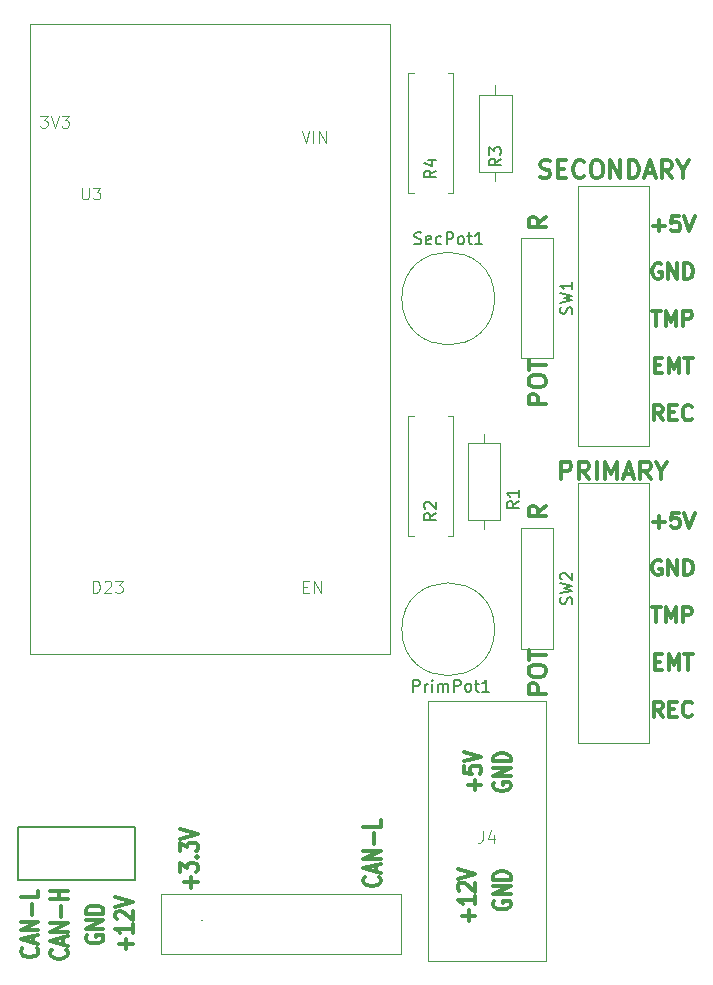
<source format=gbr>
%TF.GenerationSoftware,KiCad,Pcbnew,8.0.4*%
%TF.CreationDate,2024-12-05T15:49:58-05:00*%
%TF.ProjectId,CVTPCB,43565450-4342-42e6-9b69-6361645f7063,rev?*%
%TF.SameCoordinates,Original*%
%TF.FileFunction,Legend,Top*%
%TF.FilePolarity,Positive*%
%FSLAX46Y46*%
G04 Gerber Fmt 4.6, Leading zero omitted, Abs format (unit mm)*
G04 Created by KiCad (PCBNEW 8.0.4) date 2024-12-05 15:49:58*
%MOMM*%
%LPD*%
G01*
G04 APERTURE LIST*
%ADD10C,0.300000*%
%ADD11C,0.150000*%
%ADD12C,0.100000*%
%ADD13C,0.120000*%
%ADD14C,0.050000*%
%ADD15C,0.127000*%
%ADD16C,2.400000*%
%ADD17O,2.400000X2.400000*%
%ADD18C,1.600000*%
%ADD19O,1.600000X1.600000*%
%ADD20R,1.700000X1.700000*%
%ADD21O,1.700000X1.700000*%
%ADD22C,4.300000*%
%ADD23O,1.750000X3.000000*%
%ADD24R,1.750000X3.500000*%
%ADD25R,3.000000X1.700000*%
%ADD26R,1.500000X1.500000*%
%ADD27R,4.500000X3.000000*%
%ADD28C,1.260000*%
G04 APERTURE END LIST*
D10*
X166009524Y-74587209D02*
X165885714Y-74525304D01*
X165885714Y-74525304D02*
X165700000Y-74525304D01*
X165700000Y-74525304D02*
X165514286Y-74587209D01*
X165514286Y-74587209D02*
X165390476Y-74711019D01*
X165390476Y-74711019D02*
X165328571Y-74834828D01*
X165328571Y-74834828D02*
X165266667Y-75082447D01*
X165266667Y-75082447D02*
X165266667Y-75268161D01*
X165266667Y-75268161D02*
X165328571Y-75515780D01*
X165328571Y-75515780D02*
X165390476Y-75639590D01*
X165390476Y-75639590D02*
X165514286Y-75763400D01*
X165514286Y-75763400D02*
X165700000Y-75825304D01*
X165700000Y-75825304D02*
X165823809Y-75825304D01*
X165823809Y-75825304D02*
X166009524Y-75763400D01*
X166009524Y-75763400D02*
X166071428Y-75701495D01*
X166071428Y-75701495D02*
X166071428Y-75268161D01*
X166071428Y-75268161D02*
X165823809Y-75268161D01*
X166628571Y-75825304D02*
X166628571Y-74525304D01*
X166628571Y-74525304D02*
X167371428Y-75825304D01*
X167371428Y-75825304D02*
X167371428Y-74525304D01*
X167990476Y-75825304D02*
X167990476Y-74525304D01*
X167990476Y-74525304D02*
X168300000Y-74525304D01*
X168300000Y-74525304D02*
X168485714Y-74587209D01*
X168485714Y-74587209D02*
X168609524Y-74711019D01*
X168609524Y-74711019D02*
X168671429Y-74834828D01*
X168671429Y-74834828D02*
X168733333Y-75082447D01*
X168733333Y-75082447D02*
X168733333Y-75268161D01*
X168733333Y-75268161D02*
X168671429Y-75515780D01*
X168671429Y-75515780D02*
X168609524Y-75639590D01*
X168609524Y-75639590D02*
X168485714Y-75763400D01*
X168485714Y-75763400D02*
X168300000Y-75825304D01*
X168300000Y-75825304D02*
X167990476Y-75825304D01*
X166164285Y-112925304D02*
X165730952Y-112306257D01*
X165421428Y-112925304D02*
X165421428Y-111625304D01*
X165421428Y-111625304D02*
X165916666Y-111625304D01*
X165916666Y-111625304D02*
X166040476Y-111687209D01*
X166040476Y-111687209D02*
X166102381Y-111749114D01*
X166102381Y-111749114D02*
X166164285Y-111872923D01*
X166164285Y-111872923D02*
X166164285Y-112058638D01*
X166164285Y-112058638D02*
X166102381Y-112182447D01*
X166102381Y-112182447D02*
X166040476Y-112244352D01*
X166040476Y-112244352D02*
X165916666Y-112306257D01*
X165916666Y-112306257D02*
X165421428Y-112306257D01*
X166721428Y-112244352D02*
X167154762Y-112244352D01*
X167340476Y-112925304D02*
X166721428Y-112925304D01*
X166721428Y-112925304D02*
X166721428Y-111625304D01*
X166721428Y-111625304D02*
X167340476Y-111625304D01*
X168640475Y-112801495D02*
X168578571Y-112863400D01*
X168578571Y-112863400D02*
X168392856Y-112925304D01*
X168392856Y-112925304D02*
X168269047Y-112925304D01*
X168269047Y-112925304D02*
X168083333Y-112863400D01*
X168083333Y-112863400D02*
X167959523Y-112739590D01*
X167959523Y-112739590D02*
X167897618Y-112615780D01*
X167897618Y-112615780D02*
X167835714Y-112368161D01*
X167835714Y-112368161D02*
X167835714Y-112182447D01*
X167835714Y-112182447D02*
X167897618Y-111934828D01*
X167897618Y-111934828D02*
X167959523Y-111811019D01*
X167959523Y-111811019D02*
X168083333Y-111687209D01*
X168083333Y-111687209D02*
X168269047Y-111625304D01*
X168269047Y-111625304D02*
X168392856Y-111625304D01*
X168392856Y-111625304D02*
X168578571Y-111687209D01*
X168578571Y-111687209D02*
X168640475Y-111749114D01*
X156300828Y-95088346D02*
X155586542Y-95588346D01*
X156300828Y-95945489D02*
X154800828Y-95945489D01*
X154800828Y-95945489D02*
X154800828Y-95374060D01*
X154800828Y-95374060D02*
X154872257Y-95231203D01*
X154872257Y-95231203D02*
X154943685Y-95159774D01*
X154943685Y-95159774D02*
X155086542Y-95088346D01*
X155086542Y-95088346D02*
X155300828Y-95088346D01*
X155300828Y-95088346D02*
X155443685Y-95159774D01*
X155443685Y-95159774D02*
X155515114Y-95231203D01*
X155515114Y-95231203D02*
X155586542Y-95374060D01*
X155586542Y-95374060D02*
X155586542Y-95945489D01*
X120729400Y-132614284D02*
X120729400Y-131699999D01*
X121300828Y-132157141D02*
X120157971Y-132157141D01*
X121300828Y-130499999D02*
X121300828Y-131185713D01*
X121300828Y-130842856D02*
X119800828Y-130842856D01*
X119800828Y-130842856D02*
X120015114Y-130957142D01*
X120015114Y-130957142D02*
X120157971Y-131071427D01*
X120157971Y-131071427D02*
X120229400Y-131185713D01*
X119943685Y-130042856D02*
X119872257Y-129985713D01*
X119872257Y-129985713D02*
X119800828Y-129871428D01*
X119800828Y-129871428D02*
X119800828Y-129585713D01*
X119800828Y-129585713D02*
X119872257Y-129471428D01*
X119872257Y-129471428D02*
X119943685Y-129414285D01*
X119943685Y-129414285D02*
X120086542Y-129357142D01*
X120086542Y-129357142D02*
X120229400Y-129357142D01*
X120229400Y-129357142D02*
X120443685Y-129414285D01*
X120443685Y-129414285D02*
X121300828Y-130099999D01*
X121300828Y-130099999D02*
X121300828Y-129357142D01*
X119800828Y-129014285D02*
X121300828Y-128614285D01*
X121300828Y-128614285D02*
X119800828Y-128214285D01*
X157554510Y-92800828D02*
X157554510Y-91300828D01*
X157554510Y-91300828D02*
X158125939Y-91300828D01*
X158125939Y-91300828D02*
X158268796Y-91372257D01*
X158268796Y-91372257D02*
X158340225Y-91443685D01*
X158340225Y-91443685D02*
X158411653Y-91586542D01*
X158411653Y-91586542D02*
X158411653Y-91800828D01*
X158411653Y-91800828D02*
X158340225Y-91943685D01*
X158340225Y-91943685D02*
X158268796Y-92015114D01*
X158268796Y-92015114D02*
X158125939Y-92086542D01*
X158125939Y-92086542D02*
X157554510Y-92086542D01*
X159911653Y-92800828D02*
X159411653Y-92086542D01*
X159054510Y-92800828D02*
X159054510Y-91300828D01*
X159054510Y-91300828D02*
X159625939Y-91300828D01*
X159625939Y-91300828D02*
X159768796Y-91372257D01*
X159768796Y-91372257D02*
X159840225Y-91443685D01*
X159840225Y-91443685D02*
X159911653Y-91586542D01*
X159911653Y-91586542D02*
X159911653Y-91800828D01*
X159911653Y-91800828D02*
X159840225Y-91943685D01*
X159840225Y-91943685D02*
X159768796Y-92015114D01*
X159768796Y-92015114D02*
X159625939Y-92086542D01*
X159625939Y-92086542D02*
X159054510Y-92086542D01*
X160554510Y-92800828D02*
X160554510Y-91300828D01*
X161268796Y-92800828D02*
X161268796Y-91300828D01*
X161268796Y-91300828D02*
X161768796Y-92372257D01*
X161768796Y-92372257D02*
X162268796Y-91300828D01*
X162268796Y-91300828D02*
X162268796Y-92800828D01*
X162911654Y-92372257D02*
X163625940Y-92372257D01*
X162768797Y-92800828D02*
X163268797Y-91300828D01*
X163268797Y-91300828D02*
X163768797Y-92800828D01*
X165125939Y-92800828D02*
X164625939Y-92086542D01*
X164268796Y-92800828D02*
X164268796Y-91300828D01*
X164268796Y-91300828D02*
X164840225Y-91300828D01*
X164840225Y-91300828D02*
X164983082Y-91372257D01*
X164983082Y-91372257D02*
X165054511Y-91443685D01*
X165054511Y-91443685D02*
X165125939Y-91586542D01*
X165125939Y-91586542D02*
X165125939Y-91800828D01*
X165125939Y-91800828D02*
X165054511Y-91943685D01*
X165054511Y-91943685D02*
X164983082Y-92015114D01*
X164983082Y-92015114D02*
X164840225Y-92086542D01*
X164840225Y-92086542D02*
X164268796Y-92086542D01*
X166054511Y-92086542D02*
X166054511Y-92800828D01*
X165554511Y-91300828D02*
X166054511Y-92086542D01*
X166054511Y-92086542D02*
X166554511Y-91300828D01*
X149729400Y-130226784D02*
X149729400Y-129312499D01*
X150300828Y-129769641D02*
X149157971Y-129769641D01*
X150300828Y-128112499D02*
X150300828Y-128798213D01*
X150300828Y-128455356D02*
X148800828Y-128455356D01*
X148800828Y-128455356D02*
X149015114Y-128569642D01*
X149015114Y-128569642D02*
X149157971Y-128683927D01*
X149157971Y-128683927D02*
X149229400Y-128798213D01*
X148943685Y-127655356D02*
X148872257Y-127598213D01*
X148872257Y-127598213D02*
X148800828Y-127483928D01*
X148800828Y-127483928D02*
X148800828Y-127198213D01*
X148800828Y-127198213D02*
X148872257Y-127083928D01*
X148872257Y-127083928D02*
X148943685Y-127026785D01*
X148943685Y-127026785D02*
X149086542Y-126969642D01*
X149086542Y-126969642D02*
X149229400Y-126969642D01*
X149229400Y-126969642D02*
X149443685Y-127026785D01*
X149443685Y-127026785D02*
X150300828Y-127712499D01*
X150300828Y-127712499D02*
X150300828Y-126969642D01*
X148800828Y-126626785D02*
X150300828Y-126226785D01*
X150300828Y-126226785D02*
X148800828Y-125826785D01*
X156300828Y-70588346D02*
X155586542Y-71088346D01*
X156300828Y-71445489D02*
X154800828Y-71445489D01*
X154800828Y-71445489D02*
X154800828Y-70874060D01*
X154800828Y-70874060D02*
X154872257Y-70731203D01*
X154872257Y-70731203D02*
X154943685Y-70659774D01*
X154943685Y-70659774D02*
X155086542Y-70588346D01*
X155086542Y-70588346D02*
X155300828Y-70588346D01*
X155300828Y-70588346D02*
X155443685Y-70659774D01*
X155443685Y-70659774D02*
X155515114Y-70731203D01*
X155515114Y-70731203D02*
X155586542Y-70874060D01*
X155586542Y-70874060D02*
X155586542Y-71445489D01*
X165328571Y-71330066D02*
X166319048Y-71330066D01*
X165823809Y-71825304D02*
X165823809Y-70834828D01*
X167557143Y-70525304D02*
X166938095Y-70525304D01*
X166938095Y-70525304D02*
X166876191Y-71144352D01*
X166876191Y-71144352D02*
X166938095Y-71082447D01*
X166938095Y-71082447D02*
X167061905Y-71020542D01*
X167061905Y-71020542D02*
X167371429Y-71020542D01*
X167371429Y-71020542D02*
X167495238Y-71082447D01*
X167495238Y-71082447D02*
X167557143Y-71144352D01*
X167557143Y-71144352D02*
X167619048Y-71268161D01*
X167619048Y-71268161D02*
X167619048Y-71577685D01*
X167619048Y-71577685D02*
X167557143Y-71701495D01*
X167557143Y-71701495D02*
X167495238Y-71763400D01*
X167495238Y-71763400D02*
X167371429Y-71825304D01*
X167371429Y-71825304D02*
X167061905Y-71825304D01*
X167061905Y-71825304D02*
X166938095Y-71763400D01*
X166938095Y-71763400D02*
X166876191Y-71701495D01*
X167990476Y-70525304D02*
X168423809Y-71825304D01*
X168423809Y-71825304D02*
X168857143Y-70525304D01*
X165235714Y-78525304D02*
X165978571Y-78525304D01*
X165607143Y-79825304D02*
X165607143Y-78525304D01*
X166411904Y-79825304D02*
X166411904Y-78525304D01*
X166411904Y-78525304D02*
X166845238Y-79453876D01*
X166845238Y-79453876D02*
X167278571Y-78525304D01*
X167278571Y-78525304D02*
X167278571Y-79825304D01*
X167897618Y-79825304D02*
X167897618Y-78525304D01*
X167897618Y-78525304D02*
X168392856Y-78525304D01*
X168392856Y-78525304D02*
X168516666Y-78587209D01*
X168516666Y-78587209D02*
X168578571Y-78649114D01*
X168578571Y-78649114D02*
X168640475Y-78772923D01*
X168640475Y-78772923D02*
X168640475Y-78958638D01*
X168640475Y-78958638D02*
X168578571Y-79082447D01*
X168578571Y-79082447D02*
X168516666Y-79144352D01*
X168516666Y-79144352D02*
X168392856Y-79206257D01*
X168392856Y-79206257D02*
X167897618Y-79206257D01*
X166009524Y-99687209D02*
X165885714Y-99625304D01*
X165885714Y-99625304D02*
X165700000Y-99625304D01*
X165700000Y-99625304D02*
X165514286Y-99687209D01*
X165514286Y-99687209D02*
X165390476Y-99811019D01*
X165390476Y-99811019D02*
X165328571Y-99934828D01*
X165328571Y-99934828D02*
X165266667Y-100182447D01*
X165266667Y-100182447D02*
X165266667Y-100368161D01*
X165266667Y-100368161D02*
X165328571Y-100615780D01*
X165328571Y-100615780D02*
X165390476Y-100739590D01*
X165390476Y-100739590D02*
X165514286Y-100863400D01*
X165514286Y-100863400D02*
X165700000Y-100925304D01*
X165700000Y-100925304D02*
X165823809Y-100925304D01*
X165823809Y-100925304D02*
X166009524Y-100863400D01*
X166009524Y-100863400D02*
X166071428Y-100801495D01*
X166071428Y-100801495D02*
X166071428Y-100368161D01*
X166071428Y-100368161D02*
X165823809Y-100368161D01*
X166628571Y-100925304D02*
X166628571Y-99625304D01*
X166628571Y-99625304D02*
X167371428Y-100925304D01*
X167371428Y-100925304D02*
X167371428Y-99625304D01*
X167990476Y-100925304D02*
X167990476Y-99625304D01*
X167990476Y-99625304D02*
X168300000Y-99625304D01*
X168300000Y-99625304D02*
X168485714Y-99687209D01*
X168485714Y-99687209D02*
X168609524Y-99811019D01*
X168609524Y-99811019D02*
X168671429Y-99934828D01*
X168671429Y-99934828D02*
X168733333Y-100182447D01*
X168733333Y-100182447D02*
X168733333Y-100368161D01*
X168733333Y-100368161D02*
X168671429Y-100615780D01*
X168671429Y-100615780D02*
X168609524Y-100739590D01*
X168609524Y-100739590D02*
X168485714Y-100863400D01*
X168485714Y-100863400D02*
X168300000Y-100925304D01*
X168300000Y-100925304D02*
X167990476Y-100925304D01*
X151872257Y-118526785D02*
X151800828Y-118641071D01*
X151800828Y-118641071D02*
X151800828Y-118812499D01*
X151800828Y-118812499D02*
X151872257Y-118983928D01*
X151872257Y-118983928D02*
X152015114Y-119098213D01*
X152015114Y-119098213D02*
X152157971Y-119155356D01*
X152157971Y-119155356D02*
X152443685Y-119212499D01*
X152443685Y-119212499D02*
X152657971Y-119212499D01*
X152657971Y-119212499D02*
X152943685Y-119155356D01*
X152943685Y-119155356D02*
X153086542Y-119098213D01*
X153086542Y-119098213D02*
X153229400Y-118983928D01*
X153229400Y-118983928D02*
X153300828Y-118812499D01*
X153300828Y-118812499D02*
X153300828Y-118698213D01*
X153300828Y-118698213D02*
X153229400Y-118526785D01*
X153229400Y-118526785D02*
X153157971Y-118469642D01*
X153157971Y-118469642D02*
X152657971Y-118469642D01*
X152657971Y-118469642D02*
X152657971Y-118698213D01*
X153300828Y-117955356D02*
X151800828Y-117955356D01*
X151800828Y-117955356D02*
X153300828Y-117269642D01*
X153300828Y-117269642D02*
X151800828Y-117269642D01*
X153300828Y-116698213D02*
X151800828Y-116698213D01*
X151800828Y-116698213D02*
X151800828Y-116412499D01*
X151800828Y-116412499D02*
X151872257Y-116241070D01*
X151872257Y-116241070D02*
X152015114Y-116126785D01*
X152015114Y-116126785D02*
X152157971Y-116069642D01*
X152157971Y-116069642D02*
X152443685Y-116012499D01*
X152443685Y-116012499D02*
X152657971Y-116012499D01*
X152657971Y-116012499D02*
X152943685Y-116069642D01*
X152943685Y-116069642D02*
X153086542Y-116126785D01*
X153086542Y-116126785D02*
X153229400Y-116241070D01*
X153229400Y-116241070D02*
X153300828Y-116412499D01*
X153300828Y-116412499D02*
X153300828Y-116698213D01*
X142157971Y-126499999D02*
X142229400Y-126557142D01*
X142229400Y-126557142D02*
X142300828Y-126728570D01*
X142300828Y-126728570D02*
X142300828Y-126842856D01*
X142300828Y-126842856D02*
X142229400Y-127014285D01*
X142229400Y-127014285D02*
X142086542Y-127128570D01*
X142086542Y-127128570D02*
X141943685Y-127185713D01*
X141943685Y-127185713D02*
X141657971Y-127242856D01*
X141657971Y-127242856D02*
X141443685Y-127242856D01*
X141443685Y-127242856D02*
X141157971Y-127185713D01*
X141157971Y-127185713D02*
X141015114Y-127128570D01*
X141015114Y-127128570D02*
X140872257Y-127014285D01*
X140872257Y-127014285D02*
X140800828Y-126842856D01*
X140800828Y-126842856D02*
X140800828Y-126728570D01*
X140800828Y-126728570D02*
X140872257Y-126557142D01*
X140872257Y-126557142D02*
X140943685Y-126499999D01*
X141872257Y-126042856D02*
X141872257Y-125471428D01*
X142300828Y-126157142D02*
X140800828Y-125757142D01*
X140800828Y-125757142D02*
X142300828Y-125357142D01*
X142300828Y-124957142D02*
X140800828Y-124957142D01*
X140800828Y-124957142D02*
X142300828Y-124271428D01*
X142300828Y-124271428D02*
X140800828Y-124271428D01*
X141729400Y-123699999D02*
X141729400Y-122785714D01*
X142300828Y-121642857D02*
X142300828Y-122214285D01*
X142300828Y-122214285D02*
X140800828Y-122214285D01*
X156300828Y-110945489D02*
X154800828Y-110945489D01*
X154800828Y-110945489D02*
X154800828Y-110374060D01*
X154800828Y-110374060D02*
X154872257Y-110231203D01*
X154872257Y-110231203D02*
X154943685Y-110159774D01*
X154943685Y-110159774D02*
X155086542Y-110088346D01*
X155086542Y-110088346D02*
X155300828Y-110088346D01*
X155300828Y-110088346D02*
X155443685Y-110159774D01*
X155443685Y-110159774D02*
X155515114Y-110231203D01*
X155515114Y-110231203D02*
X155586542Y-110374060D01*
X155586542Y-110374060D02*
X155586542Y-110945489D01*
X154800828Y-109159774D02*
X154800828Y-108874060D01*
X154800828Y-108874060D02*
X154872257Y-108731203D01*
X154872257Y-108731203D02*
X155015114Y-108588346D01*
X155015114Y-108588346D02*
X155300828Y-108516917D01*
X155300828Y-108516917D02*
X155800828Y-108516917D01*
X155800828Y-108516917D02*
X156086542Y-108588346D01*
X156086542Y-108588346D02*
X156229400Y-108731203D01*
X156229400Y-108731203D02*
X156300828Y-108874060D01*
X156300828Y-108874060D02*
X156300828Y-109159774D01*
X156300828Y-109159774D02*
X156229400Y-109302632D01*
X156229400Y-109302632D02*
X156086542Y-109445489D01*
X156086542Y-109445489D02*
X155800828Y-109516917D01*
X155800828Y-109516917D02*
X155300828Y-109516917D01*
X155300828Y-109516917D02*
X155015114Y-109445489D01*
X155015114Y-109445489D02*
X154872257Y-109302632D01*
X154872257Y-109302632D02*
X154800828Y-109159774D01*
X154800828Y-108088345D02*
X154800828Y-107231203D01*
X156300828Y-107659774D02*
X154800828Y-107659774D01*
X165483333Y-108244352D02*
X165916667Y-108244352D01*
X166102381Y-108925304D02*
X165483333Y-108925304D01*
X165483333Y-108925304D02*
X165483333Y-107625304D01*
X165483333Y-107625304D02*
X166102381Y-107625304D01*
X166659523Y-108925304D02*
X166659523Y-107625304D01*
X166659523Y-107625304D02*
X167092857Y-108553876D01*
X167092857Y-108553876D02*
X167526190Y-107625304D01*
X167526190Y-107625304D02*
X167526190Y-108925304D01*
X167959523Y-107625304D02*
X168702380Y-107625304D01*
X168330952Y-108925304D02*
X168330952Y-107625304D01*
X165235714Y-103625304D02*
X165978571Y-103625304D01*
X165607143Y-104925304D02*
X165607143Y-103625304D01*
X166411904Y-104925304D02*
X166411904Y-103625304D01*
X166411904Y-103625304D02*
X166845238Y-104553876D01*
X166845238Y-104553876D02*
X167278571Y-103625304D01*
X167278571Y-103625304D02*
X167278571Y-104925304D01*
X167897618Y-104925304D02*
X167897618Y-103625304D01*
X167897618Y-103625304D02*
X168392856Y-103625304D01*
X168392856Y-103625304D02*
X168516666Y-103687209D01*
X168516666Y-103687209D02*
X168578571Y-103749114D01*
X168578571Y-103749114D02*
X168640475Y-103872923D01*
X168640475Y-103872923D02*
X168640475Y-104058638D01*
X168640475Y-104058638D02*
X168578571Y-104182447D01*
X168578571Y-104182447D02*
X168516666Y-104244352D01*
X168516666Y-104244352D02*
X168392856Y-104306257D01*
X168392856Y-104306257D02*
X167897618Y-104306257D01*
X155785714Y-67229400D02*
X156000000Y-67300828D01*
X156000000Y-67300828D02*
X156357142Y-67300828D01*
X156357142Y-67300828D02*
X156500000Y-67229400D01*
X156500000Y-67229400D02*
X156571428Y-67157971D01*
X156571428Y-67157971D02*
X156642857Y-67015114D01*
X156642857Y-67015114D02*
X156642857Y-66872257D01*
X156642857Y-66872257D02*
X156571428Y-66729400D01*
X156571428Y-66729400D02*
X156500000Y-66657971D01*
X156500000Y-66657971D02*
X156357142Y-66586542D01*
X156357142Y-66586542D02*
X156071428Y-66515114D01*
X156071428Y-66515114D02*
X155928571Y-66443685D01*
X155928571Y-66443685D02*
X155857142Y-66372257D01*
X155857142Y-66372257D02*
X155785714Y-66229400D01*
X155785714Y-66229400D02*
X155785714Y-66086542D01*
X155785714Y-66086542D02*
X155857142Y-65943685D01*
X155857142Y-65943685D02*
X155928571Y-65872257D01*
X155928571Y-65872257D02*
X156071428Y-65800828D01*
X156071428Y-65800828D02*
X156428571Y-65800828D01*
X156428571Y-65800828D02*
X156642857Y-65872257D01*
X157285713Y-66515114D02*
X157785713Y-66515114D01*
X157999999Y-67300828D02*
X157285713Y-67300828D01*
X157285713Y-67300828D02*
X157285713Y-65800828D01*
X157285713Y-65800828D02*
X157999999Y-65800828D01*
X159499999Y-67157971D02*
X159428571Y-67229400D01*
X159428571Y-67229400D02*
X159214285Y-67300828D01*
X159214285Y-67300828D02*
X159071428Y-67300828D01*
X159071428Y-67300828D02*
X158857142Y-67229400D01*
X158857142Y-67229400D02*
X158714285Y-67086542D01*
X158714285Y-67086542D02*
X158642856Y-66943685D01*
X158642856Y-66943685D02*
X158571428Y-66657971D01*
X158571428Y-66657971D02*
X158571428Y-66443685D01*
X158571428Y-66443685D02*
X158642856Y-66157971D01*
X158642856Y-66157971D02*
X158714285Y-66015114D01*
X158714285Y-66015114D02*
X158857142Y-65872257D01*
X158857142Y-65872257D02*
X159071428Y-65800828D01*
X159071428Y-65800828D02*
X159214285Y-65800828D01*
X159214285Y-65800828D02*
X159428571Y-65872257D01*
X159428571Y-65872257D02*
X159499999Y-65943685D01*
X160428571Y-65800828D02*
X160714285Y-65800828D01*
X160714285Y-65800828D02*
X160857142Y-65872257D01*
X160857142Y-65872257D02*
X160999999Y-66015114D01*
X160999999Y-66015114D02*
X161071428Y-66300828D01*
X161071428Y-66300828D02*
X161071428Y-66800828D01*
X161071428Y-66800828D02*
X160999999Y-67086542D01*
X160999999Y-67086542D02*
X160857142Y-67229400D01*
X160857142Y-67229400D02*
X160714285Y-67300828D01*
X160714285Y-67300828D02*
X160428571Y-67300828D01*
X160428571Y-67300828D02*
X160285714Y-67229400D01*
X160285714Y-67229400D02*
X160142856Y-67086542D01*
X160142856Y-67086542D02*
X160071428Y-66800828D01*
X160071428Y-66800828D02*
X160071428Y-66300828D01*
X160071428Y-66300828D02*
X160142856Y-66015114D01*
X160142856Y-66015114D02*
X160285714Y-65872257D01*
X160285714Y-65872257D02*
X160428571Y-65800828D01*
X161714285Y-67300828D02*
X161714285Y-65800828D01*
X161714285Y-65800828D02*
X162571428Y-67300828D01*
X162571428Y-67300828D02*
X162571428Y-65800828D01*
X163285714Y-67300828D02*
X163285714Y-65800828D01*
X163285714Y-65800828D02*
X163642857Y-65800828D01*
X163642857Y-65800828D02*
X163857143Y-65872257D01*
X163857143Y-65872257D02*
X164000000Y-66015114D01*
X164000000Y-66015114D02*
X164071429Y-66157971D01*
X164071429Y-66157971D02*
X164142857Y-66443685D01*
X164142857Y-66443685D02*
X164142857Y-66657971D01*
X164142857Y-66657971D02*
X164071429Y-66943685D01*
X164071429Y-66943685D02*
X164000000Y-67086542D01*
X164000000Y-67086542D02*
X163857143Y-67229400D01*
X163857143Y-67229400D02*
X163642857Y-67300828D01*
X163642857Y-67300828D02*
X163285714Y-67300828D01*
X164714286Y-66872257D02*
X165428572Y-66872257D01*
X164571429Y-67300828D02*
X165071429Y-65800828D01*
X165071429Y-65800828D02*
X165571429Y-67300828D01*
X166928571Y-67300828D02*
X166428571Y-66586542D01*
X166071428Y-67300828D02*
X166071428Y-65800828D01*
X166071428Y-65800828D02*
X166642857Y-65800828D01*
X166642857Y-65800828D02*
X166785714Y-65872257D01*
X166785714Y-65872257D02*
X166857143Y-65943685D01*
X166857143Y-65943685D02*
X166928571Y-66086542D01*
X166928571Y-66086542D02*
X166928571Y-66300828D01*
X166928571Y-66300828D02*
X166857143Y-66443685D01*
X166857143Y-66443685D02*
X166785714Y-66515114D01*
X166785714Y-66515114D02*
X166642857Y-66586542D01*
X166642857Y-66586542D02*
X166071428Y-66586542D01*
X167857143Y-66586542D02*
X167857143Y-67300828D01*
X167357143Y-65800828D02*
X167857143Y-66586542D01*
X167857143Y-66586542D02*
X168357143Y-65800828D01*
X151872257Y-128526785D02*
X151800828Y-128641071D01*
X151800828Y-128641071D02*
X151800828Y-128812499D01*
X151800828Y-128812499D02*
X151872257Y-128983928D01*
X151872257Y-128983928D02*
X152015114Y-129098213D01*
X152015114Y-129098213D02*
X152157971Y-129155356D01*
X152157971Y-129155356D02*
X152443685Y-129212499D01*
X152443685Y-129212499D02*
X152657971Y-129212499D01*
X152657971Y-129212499D02*
X152943685Y-129155356D01*
X152943685Y-129155356D02*
X153086542Y-129098213D01*
X153086542Y-129098213D02*
X153229400Y-128983928D01*
X153229400Y-128983928D02*
X153300828Y-128812499D01*
X153300828Y-128812499D02*
X153300828Y-128698213D01*
X153300828Y-128698213D02*
X153229400Y-128526785D01*
X153229400Y-128526785D02*
X153157971Y-128469642D01*
X153157971Y-128469642D02*
X152657971Y-128469642D01*
X152657971Y-128469642D02*
X152657971Y-128698213D01*
X153300828Y-127955356D02*
X151800828Y-127955356D01*
X151800828Y-127955356D02*
X153300828Y-127269642D01*
X153300828Y-127269642D02*
X151800828Y-127269642D01*
X153300828Y-126698213D02*
X151800828Y-126698213D01*
X151800828Y-126698213D02*
X151800828Y-126412499D01*
X151800828Y-126412499D02*
X151872257Y-126241070D01*
X151872257Y-126241070D02*
X152015114Y-126126785D01*
X152015114Y-126126785D02*
X152157971Y-126069642D01*
X152157971Y-126069642D02*
X152443685Y-126012499D01*
X152443685Y-126012499D02*
X152657971Y-126012499D01*
X152657971Y-126012499D02*
X152943685Y-126069642D01*
X152943685Y-126069642D02*
X153086542Y-126126785D01*
X153086542Y-126126785D02*
X153229400Y-126241070D01*
X153229400Y-126241070D02*
X153300828Y-126412499D01*
X153300828Y-126412499D02*
X153300828Y-126698213D01*
X117372257Y-131414285D02*
X117300828Y-131528571D01*
X117300828Y-131528571D02*
X117300828Y-131699999D01*
X117300828Y-131699999D02*
X117372257Y-131871428D01*
X117372257Y-131871428D02*
X117515114Y-131985713D01*
X117515114Y-131985713D02*
X117657971Y-132042856D01*
X117657971Y-132042856D02*
X117943685Y-132099999D01*
X117943685Y-132099999D02*
X118157971Y-132099999D01*
X118157971Y-132099999D02*
X118443685Y-132042856D01*
X118443685Y-132042856D02*
X118586542Y-131985713D01*
X118586542Y-131985713D02*
X118729400Y-131871428D01*
X118729400Y-131871428D02*
X118800828Y-131699999D01*
X118800828Y-131699999D02*
X118800828Y-131585713D01*
X118800828Y-131585713D02*
X118729400Y-131414285D01*
X118729400Y-131414285D02*
X118657971Y-131357142D01*
X118657971Y-131357142D02*
X118157971Y-131357142D01*
X118157971Y-131357142D02*
X118157971Y-131585713D01*
X118800828Y-130842856D02*
X117300828Y-130842856D01*
X117300828Y-130842856D02*
X118800828Y-130157142D01*
X118800828Y-130157142D02*
X117300828Y-130157142D01*
X118800828Y-129585713D02*
X117300828Y-129585713D01*
X117300828Y-129585713D02*
X117300828Y-129299999D01*
X117300828Y-129299999D02*
X117372257Y-129128570D01*
X117372257Y-129128570D02*
X117515114Y-129014285D01*
X117515114Y-129014285D02*
X117657971Y-128957142D01*
X117657971Y-128957142D02*
X117943685Y-128899999D01*
X117943685Y-128899999D02*
X118157971Y-128899999D01*
X118157971Y-128899999D02*
X118443685Y-128957142D01*
X118443685Y-128957142D02*
X118586542Y-129014285D01*
X118586542Y-129014285D02*
X118729400Y-129128570D01*
X118729400Y-129128570D02*
X118800828Y-129299999D01*
X118800828Y-129299999D02*
X118800828Y-129585713D01*
X113157971Y-132499999D02*
X113229400Y-132557142D01*
X113229400Y-132557142D02*
X113300828Y-132728570D01*
X113300828Y-132728570D02*
X113300828Y-132842856D01*
X113300828Y-132842856D02*
X113229400Y-133014285D01*
X113229400Y-133014285D02*
X113086542Y-133128570D01*
X113086542Y-133128570D02*
X112943685Y-133185713D01*
X112943685Y-133185713D02*
X112657971Y-133242856D01*
X112657971Y-133242856D02*
X112443685Y-133242856D01*
X112443685Y-133242856D02*
X112157971Y-133185713D01*
X112157971Y-133185713D02*
X112015114Y-133128570D01*
X112015114Y-133128570D02*
X111872257Y-133014285D01*
X111872257Y-133014285D02*
X111800828Y-132842856D01*
X111800828Y-132842856D02*
X111800828Y-132728570D01*
X111800828Y-132728570D02*
X111872257Y-132557142D01*
X111872257Y-132557142D02*
X111943685Y-132499999D01*
X112872257Y-132042856D02*
X112872257Y-131471428D01*
X113300828Y-132157142D02*
X111800828Y-131757142D01*
X111800828Y-131757142D02*
X113300828Y-131357142D01*
X113300828Y-130957142D02*
X111800828Y-130957142D01*
X111800828Y-130957142D02*
X113300828Y-130271428D01*
X113300828Y-130271428D02*
X111800828Y-130271428D01*
X112729400Y-129699999D02*
X112729400Y-128785714D01*
X113300828Y-127642857D02*
X113300828Y-128214285D01*
X113300828Y-128214285D02*
X111800828Y-128214285D01*
X156300828Y-86445489D02*
X154800828Y-86445489D01*
X154800828Y-86445489D02*
X154800828Y-85874060D01*
X154800828Y-85874060D02*
X154872257Y-85731203D01*
X154872257Y-85731203D02*
X154943685Y-85659774D01*
X154943685Y-85659774D02*
X155086542Y-85588346D01*
X155086542Y-85588346D02*
X155300828Y-85588346D01*
X155300828Y-85588346D02*
X155443685Y-85659774D01*
X155443685Y-85659774D02*
X155515114Y-85731203D01*
X155515114Y-85731203D02*
X155586542Y-85874060D01*
X155586542Y-85874060D02*
X155586542Y-86445489D01*
X154800828Y-84659774D02*
X154800828Y-84374060D01*
X154800828Y-84374060D02*
X154872257Y-84231203D01*
X154872257Y-84231203D02*
X155015114Y-84088346D01*
X155015114Y-84088346D02*
X155300828Y-84016917D01*
X155300828Y-84016917D02*
X155800828Y-84016917D01*
X155800828Y-84016917D02*
X156086542Y-84088346D01*
X156086542Y-84088346D02*
X156229400Y-84231203D01*
X156229400Y-84231203D02*
X156300828Y-84374060D01*
X156300828Y-84374060D02*
X156300828Y-84659774D01*
X156300828Y-84659774D02*
X156229400Y-84802632D01*
X156229400Y-84802632D02*
X156086542Y-84945489D01*
X156086542Y-84945489D02*
X155800828Y-85016917D01*
X155800828Y-85016917D02*
X155300828Y-85016917D01*
X155300828Y-85016917D02*
X155015114Y-84945489D01*
X155015114Y-84945489D02*
X154872257Y-84802632D01*
X154872257Y-84802632D02*
X154800828Y-84659774D01*
X154800828Y-83588345D02*
X154800828Y-82731203D01*
X156300828Y-83159774D02*
X154800828Y-83159774D01*
X150229400Y-119155356D02*
X150229400Y-118241071D01*
X150800828Y-118698213D02*
X149657971Y-118698213D01*
X149300828Y-117098214D02*
X149300828Y-117669642D01*
X149300828Y-117669642D02*
X150015114Y-117726785D01*
X150015114Y-117726785D02*
X149943685Y-117669642D01*
X149943685Y-117669642D02*
X149872257Y-117555357D01*
X149872257Y-117555357D02*
X149872257Y-117269642D01*
X149872257Y-117269642D02*
X149943685Y-117155357D01*
X149943685Y-117155357D02*
X150015114Y-117098214D01*
X150015114Y-117098214D02*
X150157971Y-117041071D01*
X150157971Y-117041071D02*
X150515114Y-117041071D01*
X150515114Y-117041071D02*
X150657971Y-117098214D01*
X150657971Y-117098214D02*
X150729400Y-117155357D01*
X150729400Y-117155357D02*
X150800828Y-117269642D01*
X150800828Y-117269642D02*
X150800828Y-117555357D01*
X150800828Y-117555357D02*
X150729400Y-117669642D01*
X150729400Y-117669642D02*
X150657971Y-117726785D01*
X149300828Y-116698214D02*
X150800828Y-116298214D01*
X150800828Y-116298214D02*
X149300828Y-115898214D01*
X165328571Y-96430066D02*
X166319048Y-96430066D01*
X165823809Y-96925304D02*
X165823809Y-95934828D01*
X167557143Y-95625304D02*
X166938095Y-95625304D01*
X166938095Y-95625304D02*
X166876191Y-96244352D01*
X166876191Y-96244352D02*
X166938095Y-96182447D01*
X166938095Y-96182447D02*
X167061905Y-96120542D01*
X167061905Y-96120542D02*
X167371429Y-96120542D01*
X167371429Y-96120542D02*
X167495238Y-96182447D01*
X167495238Y-96182447D02*
X167557143Y-96244352D01*
X167557143Y-96244352D02*
X167619048Y-96368161D01*
X167619048Y-96368161D02*
X167619048Y-96677685D01*
X167619048Y-96677685D02*
X167557143Y-96801495D01*
X167557143Y-96801495D02*
X167495238Y-96863400D01*
X167495238Y-96863400D02*
X167371429Y-96925304D01*
X167371429Y-96925304D02*
X167061905Y-96925304D01*
X167061905Y-96925304D02*
X166938095Y-96863400D01*
X166938095Y-96863400D02*
X166876191Y-96801495D01*
X167990476Y-95625304D02*
X168423809Y-96925304D01*
X168423809Y-96925304D02*
X168857143Y-95625304D01*
X126229400Y-127399999D02*
X126229400Y-126485714D01*
X126800828Y-126942856D02*
X125657971Y-126942856D01*
X125300828Y-126028571D02*
X125300828Y-125285714D01*
X125300828Y-125285714D02*
X125872257Y-125685714D01*
X125872257Y-125685714D02*
X125872257Y-125514285D01*
X125872257Y-125514285D02*
X125943685Y-125400000D01*
X125943685Y-125400000D02*
X126015114Y-125342857D01*
X126015114Y-125342857D02*
X126157971Y-125285714D01*
X126157971Y-125285714D02*
X126515114Y-125285714D01*
X126515114Y-125285714D02*
X126657971Y-125342857D01*
X126657971Y-125342857D02*
X126729400Y-125400000D01*
X126729400Y-125400000D02*
X126800828Y-125514285D01*
X126800828Y-125514285D02*
X126800828Y-125857142D01*
X126800828Y-125857142D02*
X126729400Y-125971428D01*
X126729400Y-125971428D02*
X126657971Y-126028571D01*
X126657971Y-124771428D02*
X126729400Y-124714285D01*
X126729400Y-124714285D02*
X126800828Y-124771428D01*
X126800828Y-124771428D02*
X126729400Y-124828571D01*
X126729400Y-124828571D02*
X126657971Y-124771428D01*
X126657971Y-124771428D02*
X126800828Y-124771428D01*
X125300828Y-124314285D02*
X125300828Y-123571428D01*
X125300828Y-123571428D02*
X125872257Y-123971428D01*
X125872257Y-123971428D02*
X125872257Y-123799999D01*
X125872257Y-123799999D02*
X125943685Y-123685714D01*
X125943685Y-123685714D02*
X126015114Y-123628571D01*
X126015114Y-123628571D02*
X126157971Y-123571428D01*
X126157971Y-123571428D02*
X126515114Y-123571428D01*
X126515114Y-123571428D02*
X126657971Y-123628571D01*
X126657971Y-123628571D02*
X126729400Y-123685714D01*
X126729400Y-123685714D02*
X126800828Y-123799999D01*
X126800828Y-123799999D02*
X126800828Y-124142856D01*
X126800828Y-124142856D02*
X126729400Y-124257142D01*
X126729400Y-124257142D02*
X126657971Y-124314285D01*
X125300828Y-123228571D02*
X126800828Y-122828571D01*
X126800828Y-122828571D02*
X125300828Y-122428571D01*
X115657971Y-132642856D02*
X115729400Y-132699999D01*
X115729400Y-132699999D02*
X115800828Y-132871427D01*
X115800828Y-132871427D02*
X115800828Y-132985713D01*
X115800828Y-132985713D02*
X115729400Y-133157142D01*
X115729400Y-133157142D02*
X115586542Y-133271427D01*
X115586542Y-133271427D02*
X115443685Y-133328570D01*
X115443685Y-133328570D02*
X115157971Y-133385713D01*
X115157971Y-133385713D02*
X114943685Y-133385713D01*
X114943685Y-133385713D02*
X114657971Y-133328570D01*
X114657971Y-133328570D02*
X114515114Y-133271427D01*
X114515114Y-133271427D02*
X114372257Y-133157142D01*
X114372257Y-133157142D02*
X114300828Y-132985713D01*
X114300828Y-132985713D02*
X114300828Y-132871427D01*
X114300828Y-132871427D02*
X114372257Y-132699999D01*
X114372257Y-132699999D02*
X114443685Y-132642856D01*
X115372257Y-132185713D02*
X115372257Y-131614285D01*
X115800828Y-132299999D02*
X114300828Y-131899999D01*
X114300828Y-131899999D02*
X115800828Y-131499999D01*
X115800828Y-131099999D02*
X114300828Y-131099999D01*
X114300828Y-131099999D02*
X115800828Y-130414285D01*
X115800828Y-130414285D02*
X114300828Y-130414285D01*
X115229400Y-129842856D02*
X115229400Y-128928571D01*
X115800828Y-128357142D02*
X114300828Y-128357142D01*
X115015114Y-128357142D02*
X115015114Y-127671428D01*
X115800828Y-127671428D02*
X114300828Y-127671428D01*
X166164285Y-87825304D02*
X165730952Y-87206257D01*
X165421428Y-87825304D02*
X165421428Y-86525304D01*
X165421428Y-86525304D02*
X165916666Y-86525304D01*
X165916666Y-86525304D02*
X166040476Y-86587209D01*
X166040476Y-86587209D02*
X166102381Y-86649114D01*
X166102381Y-86649114D02*
X166164285Y-86772923D01*
X166164285Y-86772923D02*
X166164285Y-86958638D01*
X166164285Y-86958638D02*
X166102381Y-87082447D01*
X166102381Y-87082447D02*
X166040476Y-87144352D01*
X166040476Y-87144352D02*
X165916666Y-87206257D01*
X165916666Y-87206257D02*
X165421428Y-87206257D01*
X166721428Y-87144352D02*
X167154762Y-87144352D01*
X167340476Y-87825304D02*
X166721428Y-87825304D01*
X166721428Y-87825304D02*
X166721428Y-86525304D01*
X166721428Y-86525304D02*
X167340476Y-86525304D01*
X168640475Y-87701495D02*
X168578571Y-87763400D01*
X168578571Y-87763400D02*
X168392856Y-87825304D01*
X168392856Y-87825304D02*
X168269047Y-87825304D01*
X168269047Y-87825304D02*
X168083333Y-87763400D01*
X168083333Y-87763400D02*
X167959523Y-87639590D01*
X167959523Y-87639590D02*
X167897618Y-87515780D01*
X167897618Y-87515780D02*
X167835714Y-87268161D01*
X167835714Y-87268161D02*
X167835714Y-87082447D01*
X167835714Y-87082447D02*
X167897618Y-86834828D01*
X167897618Y-86834828D02*
X167959523Y-86711019D01*
X167959523Y-86711019D02*
X168083333Y-86587209D01*
X168083333Y-86587209D02*
X168269047Y-86525304D01*
X168269047Y-86525304D02*
X168392856Y-86525304D01*
X168392856Y-86525304D02*
X168578571Y-86587209D01*
X168578571Y-86587209D02*
X168640475Y-86649114D01*
X165483333Y-83144352D02*
X165916667Y-83144352D01*
X166102381Y-83825304D02*
X165483333Y-83825304D01*
X165483333Y-83825304D02*
X165483333Y-82525304D01*
X165483333Y-82525304D02*
X166102381Y-82525304D01*
X166659523Y-83825304D02*
X166659523Y-82525304D01*
X166659523Y-82525304D02*
X167092857Y-83453876D01*
X167092857Y-83453876D02*
X167526190Y-82525304D01*
X167526190Y-82525304D02*
X167526190Y-83825304D01*
X167959523Y-82525304D02*
X168702380Y-82525304D01*
X168330952Y-83825304D02*
X168330952Y-82525304D01*
D11*
X146954819Y-66666666D02*
X146478628Y-66999999D01*
X146954819Y-67238094D02*
X145954819Y-67238094D01*
X145954819Y-67238094D02*
X145954819Y-66857142D01*
X145954819Y-66857142D02*
X146002438Y-66761904D01*
X146002438Y-66761904D02*
X146050057Y-66714285D01*
X146050057Y-66714285D02*
X146145295Y-66666666D01*
X146145295Y-66666666D02*
X146288152Y-66666666D01*
X146288152Y-66666666D02*
X146383390Y-66714285D01*
X146383390Y-66714285D02*
X146431009Y-66761904D01*
X146431009Y-66761904D02*
X146478628Y-66857142D01*
X146478628Y-66857142D02*
X146478628Y-67238094D01*
X146288152Y-65809523D02*
X146954819Y-65809523D01*
X145907200Y-66047618D02*
X146621485Y-66285713D01*
X146621485Y-66285713D02*
X146621485Y-65666666D01*
X152454819Y-65666666D02*
X151978628Y-65999999D01*
X152454819Y-66238094D02*
X151454819Y-66238094D01*
X151454819Y-66238094D02*
X151454819Y-65857142D01*
X151454819Y-65857142D02*
X151502438Y-65761904D01*
X151502438Y-65761904D02*
X151550057Y-65714285D01*
X151550057Y-65714285D02*
X151645295Y-65666666D01*
X151645295Y-65666666D02*
X151788152Y-65666666D01*
X151788152Y-65666666D02*
X151883390Y-65714285D01*
X151883390Y-65714285D02*
X151931009Y-65761904D01*
X151931009Y-65761904D02*
X151978628Y-65857142D01*
X151978628Y-65857142D02*
X151978628Y-66238094D01*
X151454819Y-65333332D02*
X151454819Y-64714285D01*
X151454819Y-64714285D02*
X151835771Y-65047618D01*
X151835771Y-65047618D02*
X151835771Y-64904761D01*
X151835771Y-64904761D02*
X151883390Y-64809523D01*
X151883390Y-64809523D02*
X151931009Y-64761904D01*
X151931009Y-64761904D02*
X152026247Y-64714285D01*
X152026247Y-64714285D02*
X152264342Y-64714285D01*
X152264342Y-64714285D02*
X152359580Y-64761904D01*
X152359580Y-64761904D02*
X152407200Y-64809523D01*
X152407200Y-64809523D02*
X152454819Y-64904761D01*
X152454819Y-64904761D02*
X152454819Y-65190475D01*
X152454819Y-65190475D02*
X152407200Y-65285713D01*
X152407200Y-65285713D02*
X152359580Y-65333332D01*
D12*
X150941666Y-122569919D02*
X150941666Y-123284204D01*
X150941666Y-123284204D02*
X150894047Y-123427061D01*
X150894047Y-123427061D02*
X150798809Y-123522300D01*
X150798809Y-123522300D02*
X150655952Y-123569919D01*
X150655952Y-123569919D02*
X150560714Y-123569919D01*
X151846428Y-122903252D02*
X151846428Y-123569919D01*
X151608333Y-122522300D02*
X151370238Y-123236585D01*
X151370238Y-123236585D02*
X151989285Y-123236585D01*
X125498095Y-129457419D02*
X125498095Y-130266942D01*
X125498095Y-130266942D02*
X125545714Y-130362180D01*
X125545714Y-130362180D02*
X125593333Y-130409800D01*
X125593333Y-130409800D02*
X125688571Y-130457419D01*
X125688571Y-130457419D02*
X125879047Y-130457419D01*
X125879047Y-130457419D02*
X125974285Y-130409800D01*
X125974285Y-130409800D02*
X126021904Y-130362180D01*
X126021904Y-130362180D02*
X126069523Y-130266942D01*
X126069523Y-130266942D02*
X126069523Y-129457419D01*
X126974285Y-129790752D02*
X126974285Y-130457419D01*
X126736190Y-129409800D02*
X126498095Y-130124085D01*
X126498095Y-130124085D02*
X127117142Y-130124085D01*
X116983095Y-68112419D02*
X116983095Y-68921942D01*
X116983095Y-68921942D02*
X117030714Y-69017180D01*
X117030714Y-69017180D02*
X117078333Y-69064800D01*
X117078333Y-69064800D02*
X117173571Y-69112419D01*
X117173571Y-69112419D02*
X117364047Y-69112419D01*
X117364047Y-69112419D02*
X117459285Y-69064800D01*
X117459285Y-69064800D02*
X117506904Y-69017180D01*
X117506904Y-69017180D02*
X117554523Y-68921942D01*
X117554523Y-68921942D02*
X117554523Y-68112419D01*
X117935476Y-68112419D02*
X118554523Y-68112419D01*
X118554523Y-68112419D02*
X118221190Y-68493371D01*
X118221190Y-68493371D02*
X118364047Y-68493371D01*
X118364047Y-68493371D02*
X118459285Y-68540990D01*
X118459285Y-68540990D02*
X118506904Y-68588609D01*
X118506904Y-68588609D02*
X118554523Y-68683847D01*
X118554523Y-68683847D02*
X118554523Y-68921942D01*
X118554523Y-68921942D02*
X118506904Y-69017180D01*
X118506904Y-69017180D02*
X118459285Y-69064800D01*
X118459285Y-69064800D02*
X118364047Y-69112419D01*
X118364047Y-69112419D02*
X118078333Y-69112419D01*
X118078333Y-69112419D02*
X117983095Y-69064800D01*
X117983095Y-69064800D02*
X117935476Y-69017180D01*
X135581027Y-63312419D02*
X135914360Y-64312419D01*
X135914360Y-64312419D02*
X136247693Y-63312419D01*
X136581027Y-64312419D02*
X136581027Y-63312419D01*
X137057217Y-64312419D02*
X137057217Y-63312419D01*
X137057217Y-63312419D02*
X137628645Y-64312419D01*
X137628645Y-64312419D02*
X137628645Y-63312419D01*
X117943884Y-102412419D02*
X117943884Y-101412419D01*
X117943884Y-101412419D02*
X118181979Y-101412419D01*
X118181979Y-101412419D02*
X118324836Y-101460038D01*
X118324836Y-101460038D02*
X118420074Y-101555276D01*
X118420074Y-101555276D02*
X118467693Y-101650514D01*
X118467693Y-101650514D02*
X118515312Y-101840990D01*
X118515312Y-101840990D02*
X118515312Y-101983847D01*
X118515312Y-101983847D02*
X118467693Y-102174323D01*
X118467693Y-102174323D02*
X118420074Y-102269561D01*
X118420074Y-102269561D02*
X118324836Y-102364800D01*
X118324836Y-102364800D02*
X118181979Y-102412419D01*
X118181979Y-102412419D02*
X117943884Y-102412419D01*
X118896265Y-101507657D02*
X118943884Y-101460038D01*
X118943884Y-101460038D02*
X119039122Y-101412419D01*
X119039122Y-101412419D02*
X119277217Y-101412419D01*
X119277217Y-101412419D02*
X119372455Y-101460038D01*
X119372455Y-101460038D02*
X119420074Y-101507657D01*
X119420074Y-101507657D02*
X119467693Y-101602895D01*
X119467693Y-101602895D02*
X119467693Y-101698133D01*
X119467693Y-101698133D02*
X119420074Y-101840990D01*
X119420074Y-101840990D02*
X118848646Y-102412419D01*
X118848646Y-102412419D02*
X119467693Y-102412419D01*
X119801027Y-101412419D02*
X120420074Y-101412419D01*
X120420074Y-101412419D02*
X120086741Y-101793371D01*
X120086741Y-101793371D02*
X120229598Y-101793371D01*
X120229598Y-101793371D02*
X120324836Y-101840990D01*
X120324836Y-101840990D02*
X120372455Y-101888609D01*
X120372455Y-101888609D02*
X120420074Y-101983847D01*
X120420074Y-101983847D02*
X120420074Y-102221942D01*
X120420074Y-102221942D02*
X120372455Y-102317180D01*
X120372455Y-102317180D02*
X120324836Y-102364800D01*
X120324836Y-102364800D02*
X120229598Y-102412419D01*
X120229598Y-102412419D02*
X119943884Y-102412419D01*
X119943884Y-102412419D02*
X119848646Y-102364800D01*
X119848646Y-102364800D02*
X119801027Y-102317180D01*
X135723884Y-101888609D02*
X136057217Y-101888609D01*
X136200074Y-102412419D02*
X135723884Y-102412419D01*
X135723884Y-102412419D02*
X135723884Y-101412419D01*
X135723884Y-101412419D02*
X136200074Y-101412419D01*
X136628646Y-102412419D02*
X136628646Y-101412419D01*
X136628646Y-101412419D02*
X137200074Y-102412419D01*
X137200074Y-102412419D02*
X137200074Y-101412419D01*
X113453646Y-62027419D02*
X114072693Y-62027419D01*
X114072693Y-62027419D02*
X113739360Y-62408371D01*
X113739360Y-62408371D02*
X113882217Y-62408371D01*
X113882217Y-62408371D02*
X113977455Y-62455990D01*
X113977455Y-62455990D02*
X114025074Y-62503609D01*
X114025074Y-62503609D02*
X114072693Y-62598847D01*
X114072693Y-62598847D02*
X114072693Y-62836942D01*
X114072693Y-62836942D02*
X114025074Y-62932180D01*
X114025074Y-62932180D02*
X113977455Y-62979800D01*
X113977455Y-62979800D02*
X113882217Y-63027419D01*
X113882217Y-63027419D02*
X113596503Y-63027419D01*
X113596503Y-63027419D02*
X113501265Y-62979800D01*
X113501265Y-62979800D02*
X113453646Y-62932180D01*
X114358408Y-62027419D02*
X114691741Y-63027419D01*
X114691741Y-63027419D02*
X115025074Y-62027419D01*
X115263170Y-62027419D02*
X115882217Y-62027419D01*
X115882217Y-62027419D02*
X115548884Y-62408371D01*
X115548884Y-62408371D02*
X115691741Y-62408371D01*
X115691741Y-62408371D02*
X115786979Y-62455990D01*
X115786979Y-62455990D02*
X115834598Y-62503609D01*
X115834598Y-62503609D02*
X115882217Y-62598847D01*
X115882217Y-62598847D02*
X115882217Y-62836942D01*
X115882217Y-62836942D02*
X115834598Y-62932180D01*
X115834598Y-62932180D02*
X115786979Y-62979800D01*
X115786979Y-62979800D02*
X115691741Y-63027419D01*
X115691741Y-63027419D02*
X115406027Y-63027419D01*
X115406027Y-63027419D02*
X115310789Y-62979800D01*
X115310789Y-62979800D02*
X115263170Y-62932180D01*
D11*
X158447200Y-78793332D02*
X158494819Y-78650475D01*
X158494819Y-78650475D02*
X158494819Y-78412380D01*
X158494819Y-78412380D02*
X158447200Y-78317142D01*
X158447200Y-78317142D02*
X158399580Y-78269523D01*
X158399580Y-78269523D02*
X158304342Y-78221904D01*
X158304342Y-78221904D02*
X158209104Y-78221904D01*
X158209104Y-78221904D02*
X158113866Y-78269523D01*
X158113866Y-78269523D02*
X158066247Y-78317142D01*
X158066247Y-78317142D02*
X158018628Y-78412380D01*
X158018628Y-78412380D02*
X157971009Y-78602856D01*
X157971009Y-78602856D02*
X157923390Y-78698094D01*
X157923390Y-78698094D02*
X157875771Y-78745713D01*
X157875771Y-78745713D02*
X157780533Y-78793332D01*
X157780533Y-78793332D02*
X157685295Y-78793332D01*
X157685295Y-78793332D02*
X157590057Y-78745713D01*
X157590057Y-78745713D02*
X157542438Y-78698094D01*
X157542438Y-78698094D02*
X157494819Y-78602856D01*
X157494819Y-78602856D02*
X157494819Y-78364761D01*
X157494819Y-78364761D02*
X157542438Y-78221904D01*
X157494819Y-77888570D02*
X158494819Y-77650475D01*
X158494819Y-77650475D02*
X157780533Y-77459999D01*
X157780533Y-77459999D02*
X158494819Y-77269523D01*
X158494819Y-77269523D02*
X157494819Y-77031428D01*
X158494819Y-76126666D02*
X158494819Y-76698094D01*
X158494819Y-76412380D02*
X157494819Y-76412380D01*
X157494819Y-76412380D02*
X157637676Y-76507618D01*
X157637676Y-76507618D02*
X157732914Y-76602856D01*
X157732914Y-76602856D02*
X157780533Y-76698094D01*
X145037220Y-110775966D02*
X145037220Y-109775966D01*
X145037220Y-109775966D02*
X145418172Y-109775966D01*
X145418172Y-109775966D02*
X145513410Y-109823585D01*
X145513410Y-109823585D02*
X145561029Y-109871204D01*
X145561029Y-109871204D02*
X145608648Y-109966442D01*
X145608648Y-109966442D02*
X145608648Y-110109299D01*
X145608648Y-110109299D02*
X145561029Y-110204537D01*
X145561029Y-110204537D02*
X145513410Y-110252156D01*
X145513410Y-110252156D02*
X145418172Y-110299775D01*
X145418172Y-110299775D02*
X145037220Y-110299775D01*
X146037220Y-110775966D02*
X146037220Y-110109299D01*
X146037220Y-110299775D02*
X146084839Y-110204537D01*
X146084839Y-110204537D02*
X146132458Y-110156918D01*
X146132458Y-110156918D02*
X146227696Y-110109299D01*
X146227696Y-110109299D02*
X146322934Y-110109299D01*
X146656268Y-110775966D02*
X146656268Y-110109299D01*
X146656268Y-109775966D02*
X146608649Y-109823585D01*
X146608649Y-109823585D02*
X146656268Y-109871204D01*
X146656268Y-109871204D02*
X146703887Y-109823585D01*
X146703887Y-109823585D02*
X146656268Y-109775966D01*
X146656268Y-109775966D02*
X146656268Y-109871204D01*
X147132458Y-110775966D02*
X147132458Y-110109299D01*
X147132458Y-110204537D02*
X147180077Y-110156918D01*
X147180077Y-110156918D02*
X147275315Y-110109299D01*
X147275315Y-110109299D02*
X147418172Y-110109299D01*
X147418172Y-110109299D02*
X147513410Y-110156918D01*
X147513410Y-110156918D02*
X147561029Y-110252156D01*
X147561029Y-110252156D02*
X147561029Y-110775966D01*
X147561029Y-110252156D02*
X147608648Y-110156918D01*
X147608648Y-110156918D02*
X147703886Y-110109299D01*
X147703886Y-110109299D02*
X147846743Y-110109299D01*
X147846743Y-110109299D02*
X147941982Y-110156918D01*
X147941982Y-110156918D02*
X147989601Y-110252156D01*
X147989601Y-110252156D02*
X147989601Y-110775966D01*
X148465791Y-110775966D02*
X148465791Y-109775966D01*
X148465791Y-109775966D02*
X148846743Y-109775966D01*
X148846743Y-109775966D02*
X148941981Y-109823585D01*
X148941981Y-109823585D02*
X148989600Y-109871204D01*
X148989600Y-109871204D02*
X149037219Y-109966442D01*
X149037219Y-109966442D02*
X149037219Y-110109299D01*
X149037219Y-110109299D02*
X148989600Y-110204537D01*
X148989600Y-110204537D02*
X148941981Y-110252156D01*
X148941981Y-110252156D02*
X148846743Y-110299775D01*
X148846743Y-110299775D02*
X148465791Y-110299775D01*
X149608648Y-110775966D02*
X149513410Y-110728347D01*
X149513410Y-110728347D02*
X149465791Y-110680727D01*
X149465791Y-110680727D02*
X149418172Y-110585489D01*
X149418172Y-110585489D02*
X149418172Y-110299775D01*
X149418172Y-110299775D02*
X149465791Y-110204537D01*
X149465791Y-110204537D02*
X149513410Y-110156918D01*
X149513410Y-110156918D02*
X149608648Y-110109299D01*
X149608648Y-110109299D02*
X149751505Y-110109299D01*
X149751505Y-110109299D02*
X149846743Y-110156918D01*
X149846743Y-110156918D02*
X149894362Y-110204537D01*
X149894362Y-110204537D02*
X149941981Y-110299775D01*
X149941981Y-110299775D02*
X149941981Y-110585489D01*
X149941981Y-110585489D02*
X149894362Y-110680727D01*
X149894362Y-110680727D02*
X149846743Y-110728347D01*
X149846743Y-110728347D02*
X149751505Y-110775966D01*
X149751505Y-110775966D02*
X149608648Y-110775966D01*
X150227696Y-110109299D02*
X150608648Y-110109299D01*
X150370553Y-109775966D02*
X150370553Y-110633108D01*
X150370553Y-110633108D02*
X150418172Y-110728347D01*
X150418172Y-110728347D02*
X150513410Y-110775966D01*
X150513410Y-110775966D02*
X150608648Y-110775966D01*
X151465791Y-110775966D02*
X150894363Y-110775966D01*
X151180077Y-110775966D02*
X151180077Y-109775966D01*
X151180077Y-109775966D02*
X151084839Y-109918823D01*
X151084839Y-109918823D02*
X150989601Y-110014061D01*
X150989601Y-110014061D02*
X150894363Y-110061680D01*
X145138908Y-72851149D02*
X145281765Y-72898768D01*
X145281765Y-72898768D02*
X145519860Y-72898768D01*
X145519860Y-72898768D02*
X145615098Y-72851149D01*
X145615098Y-72851149D02*
X145662717Y-72803529D01*
X145662717Y-72803529D02*
X145710336Y-72708291D01*
X145710336Y-72708291D02*
X145710336Y-72613053D01*
X145710336Y-72613053D02*
X145662717Y-72517815D01*
X145662717Y-72517815D02*
X145615098Y-72470196D01*
X145615098Y-72470196D02*
X145519860Y-72422577D01*
X145519860Y-72422577D02*
X145329384Y-72374958D01*
X145329384Y-72374958D02*
X145234146Y-72327339D01*
X145234146Y-72327339D02*
X145186527Y-72279720D01*
X145186527Y-72279720D02*
X145138908Y-72184482D01*
X145138908Y-72184482D02*
X145138908Y-72089244D01*
X145138908Y-72089244D02*
X145186527Y-71994006D01*
X145186527Y-71994006D02*
X145234146Y-71946387D01*
X145234146Y-71946387D02*
X145329384Y-71898768D01*
X145329384Y-71898768D02*
X145567479Y-71898768D01*
X145567479Y-71898768D02*
X145710336Y-71946387D01*
X146519860Y-72851149D02*
X146424622Y-72898768D01*
X146424622Y-72898768D02*
X146234146Y-72898768D01*
X146234146Y-72898768D02*
X146138908Y-72851149D01*
X146138908Y-72851149D02*
X146091289Y-72755910D01*
X146091289Y-72755910D02*
X146091289Y-72374958D01*
X146091289Y-72374958D02*
X146138908Y-72279720D01*
X146138908Y-72279720D02*
X146234146Y-72232101D01*
X146234146Y-72232101D02*
X146424622Y-72232101D01*
X146424622Y-72232101D02*
X146519860Y-72279720D01*
X146519860Y-72279720D02*
X146567479Y-72374958D01*
X146567479Y-72374958D02*
X146567479Y-72470196D01*
X146567479Y-72470196D02*
X146091289Y-72565434D01*
X147424622Y-72851149D02*
X147329384Y-72898768D01*
X147329384Y-72898768D02*
X147138908Y-72898768D01*
X147138908Y-72898768D02*
X147043670Y-72851149D01*
X147043670Y-72851149D02*
X146996051Y-72803529D01*
X146996051Y-72803529D02*
X146948432Y-72708291D01*
X146948432Y-72708291D02*
X146948432Y-72422577D01*
X146948432Y-72422577D02*
X146996051Y-72327339D01*
X146996051Y-72327339D02*
X147043670Y-72279720D01*
X147043670Y-72279720D02*
X147138908Y-72232101D01*
X147138908Y-72232101D02*
X147329384Y-72232101D01*
X147329384Y-72232101D02*
X147424622Y-72279720D01*
X147853194Y-72898768D02*
X147853194Y-71898768D01*
X147853194Y-71898768D02*
X148234146Y-71898768D01*
X148234146Y-71898768D02*
X148329384Y-71946387D01*
X148329384Y-71946387D02*
X148377003Y-71994006D01*
X148377003Y-71994006D02*
X148424622Y-72089244D01*
X148424622Y-72089244D02*
X148424622Y-72232101D01*
X148424622Y-72232101D02*
X148377003Y-72327339D01*
X148377003Y-72327339D02*
X148329384Y-72374958D01*
X148329384Y-72374958D02*
X148234146Y-72422577D01*
X148234146Y-72422577D02*
X147853194Y-72422577D01*
X148996051Y-72898768D02*
X148900813Y-72851149D01*
X148900813Y-72851149D02*
X148853194Y-72803529D01*
X148853194Y-72803529D02*
X148805575Y-72708291D01*
X148805575Y-72708291D02*
X148805575Y-72422577D01*
X148805575Y-72422577D02*
X148853194Y-72327339D01*
X148853194Y-72327339D02*
X148900813Y-72279720D01*
X148900813Y-72279720D02*
X148996051Y-72232101D01*
X148996051Y-72232101D02*
X149138908Y-72232101D01*
X149138908Y-72232101D02*
X149234146Y-72279720D01*
X149234146Y-72279720D02*
X149281765Y-72327339D01*
X149281765Y-72327339D02*
X149329384Y-72422577D01*
X149329384Y-72422577D02*
X149329384Y-72708291D01*
X149329384Y-72708291D02*
X149281765Y-72803529D01*
X149281765Y-72803529D02*
X149234146Y-72851149D01*
X149234146Y-72851149D02*
X149138908Y-72898768D01*
X149138908Y-72898768D02*
X148996051Y-72898768D01*
X149615099Y-72232101D02*
X149996051Y-72232101D01*
X149757956Y-71898768D02*
X149757956Y-72755910D01*
X149757956Y-72755910D02*
X149805575Y-72851149D01*
X149805575Y-72851149D02*
X149900813Y-72898768D01*
X149900813Y-72898768D02*
X149996051Y-72898768D01*
X150853194Y-72898768D02*
X150281766Y-72898768D01*
X150567480Y-72898768D02*
X150567480Y-71898768D01*
X150567480Y-71898768D02*
X150472242Y-72041625D01*
X150472242Y-72041625D02*
X150377004Y-72136863D01*
X150377004Y-72136863D02*
X150281766Y-72184482D01*
X153954819Y-94666666D02*
X153478628Y-94999999D01*
X153954819Y-95238094D02*
X152954819Y-95238094D01*
X152954819Y-95238094D02*
X152954819Y-94857142D01*
X152954819Y-94857142D02*
X153002438Y-94761904D01*
X153002438Y-94761904D02*
X153050057Y-94714285D01*
X153050057Y-94714285D02*
X153145295Y-94666666D01*
X153145295Y-94666666D02*
X153288152Y-94666666D01*
X153288152Y-94666666D02*
X153383390Y-94714285D01*
X153383390Y-94714285D02*
X153431009Y-94761904D01*
X153431009Y-94761904D02*
X153478628Y-94857142D01*
X153478628Y-94857142D02*
X153478628Y-95238094D01*
X153954819Y-93714285D02*
X153954819Y-94285713D01*
X153954819Y-93999999D02*
X152954819Y-93999999D01*
X152954819Y-93999999D02*
X153097676Y-94095237D01*
X153097676Y-94095237D02*
X153192914Y-94190475D01*
X153192914Y-94190475D02*
X153240533Y-94285713D01*
X146954819Y-95666666D02*
X146478628Y-95999999D01*
X146954819Y-96238094D02*
X145954819Y-96238094D01*
X145954819Y-96238094D02*
X145954819Y-95857142D01*
X145954819Y-95857142D02*
X146002438Y-95761904D01*
X146002438Y-95761904D02*
X146050057Y-95714285D01*
X146050057Y-95714285D02*
X146145295Y-95666666D01*
X146145295Y-95666666D02*
X146288152Y-95666666D01*
X146288152Y-95666666D02*
X146383390Y-95714285D01*
X146383390Y-95714285D02*
X146431009Y-95761904D01*
X146431009Y-95761904D02*
X146478628Y-95857142D01*
X146478628Y-95857142D02*
X146478628Y-96238094D01*
X146050057Y-95285713D02*
X146002438Y-95238094D01*
X146002438Y-95238094D02*
X145954819Y-95142856D01*
X145954819Y-95142856D02*
X145954819Y-94904761D01*
X145954819Y-94904761D02*
X146002438Y-94809523D01*
X146002438Y-94809523D02*
X146050057Y-94761904D01*
X146050057Y-94761904D02*
X146145295Y-94714285D01*
X146145295Y-94714285D02*
X146240533Y-94714285D01*
X146240533Y-94714285D02*
X146383390Y-94761904D01*
X146383390Y-94761904D02*
X146954819Y-95333332D01*
X146954819Y-95333332D02*
X146954819Y-94714285D01*
X158447200Y-103373332D02*
X158494819Y-103230475D01*
X158494819Y-103230475D02*
X158494819Y-102992380D01*
X158494819Y-102992380D02*
X158447200Y-102897142D01*
X158447200Y-102897142D02*
X158399580Y-102849523D01*
X158399580Y-102849523D02*
X158304342Y-102801904D01*
X158304342Y-102801904D02*
X158209104Y-102801904D01*
X158209104Y-102801904D02*
X158113866Y-102849523D01*
X158113866Y-102849523D02*
X158066247Y-102897142D01*
X158066247Y-102897142D02*
X158018628Y-102992380D01*
X158018628Y-102992380D02*
X157971009Y-103182856D01*
X157971009Y-103182856D02*
X157923390Y-103278094D01*
X157923390Y-103278094D02*
X157875771Y-103325713D01*
X157875771Y-103325713D02*
X157780533Y-103373332D01*
X157780533Y-103373332D02*
X157685295Y-103373332D01*
X157685295Y-103373332D02*
X157590057Y-103325713D01*
X157590057Y-103325713D02*
X157542438Y-103278094D01*
X157542438Y-103278094D02*
X157494819Y-103182856D01*
X157494819Y-103182856D02*
X157494819Y-102944761D01*
X157494819Y-102944761D02*
X157542438Y-102801904D01*
X157494819Y-102468570D02*
X158494819Y-102230475D01*
X158494819Y-102230475D02*
X157780533Y-102039999D01*
X157780533Y-102039999D02*
X158494819Y-101849523D01*
X158494819Y-101849523D02*
X157494819Y-101611428D01*
X157590057Y-101278094D02*
X157542438Y-101230475D01*
X157542438Y-101230475D02*
X157494819Y-101135237D01*
X157494819Y-101135237D02*
X157494819Y-100897142D01*
X157494819Y-100897142D02*
X157542438Y-100801904D01*
X157542438Y-100801904D02*
X157590057Y-100754285D01*
X157590057Y-100754285D02*
X157685295Y-100706666D01*
X157685295Y-100706666D02*
X157780533Y-100706666D01*
X157780533Y-100706666D02*
X157923390Y-100754285D01*
X157923390Y-100754285D02*
X158494819Y-101325713D01*
X158494819Y-101325713D02*
X158494819Y-100706666D01*
D13*
%TO.C,R4*%
X144580000Y-58430000D02*
X145060000Y-58430000D01*
X144580000Y-68570000D02*
X144580000Y-58430000D01*
X145060000Y-68570000D02*
X144580000Y-68570000D01*
X147940000Y-68570000D02*
X148420000Y-68570000D01*
X148420000Y-58430000D02*
X147940000Y-58430000D01*
X148420000Y-68570000D02*
X148420000Y-58430000D01*
%TO.C,R3*%
X150630000Y-60230000D02*
X150630000Y-66770000D01*
X150630000Y-66770000D02*
X153370000Y-66770000D01*
X152000000Y-59460000D02*
X152000000Y-60230000D01*
X152000000Y-67540000D02*
X152000000Y-66770000D01*
X153370000Y-60230000D02*
X150630000Y-60230000D01*
X153370000Y-66770000D02*
X153370000Y-60230000D01*
%TO.C,J4*%
D14*
X156275000Y-133612500D02*
X146275000Y-133612500D01*
X146275000Y-111612500D01*
X156275000Y-111612500D01*
X156275000Y-133612500D01*
X156275000Y-133612500D02*
X146275000Y-133612500D01*
X146275000Y-111612500D01*
X156275000Y-111612500D01*
X156275000Y-133612500D01*
%TO.C,U4*%
D12*
X144040000Y-133040000D02*
X123720000Y-133040000D01*
X123720000Y-127960000D01*
X144040000Y-127960000D01*
X144040000Y-133040000D01*
D15*
%TO.C,J7*%
X111550000Y-122250000D02*
X121450000Y-122250000D01*
X111550000Y-126750000D02*
X111550000Y-122250000D01*
X121450000Y-122250000D02*
X121450000Y-126750000D01*
X121450000Y-126750000D02*
X111550000Y-126750000D01*
%TO.C,U3*%
D12*
X112560000Y-54280000D02*
X143040000Y-54280000D01*
X143040000Y-107620000D01*
X112560000Y-107620000D01*
X112560000Y-54280000D01*
%TO.C,SW1*%
D13*
X156860000Y-72350000D02*
X154140000Y-72350000D01*
X154140000Y-82570000D01*
X156860000Y-82570000D01*
X156860000Y-72350000D01*
%TO.C,J3*%
D12*
X159000000Y-68000000D02*
X165000000Y-68000000D01*
X165000000Y-90000000D01*
X159000000Y-90000000D01*
X159000000Y-68000000D01*
D13*
%TO.C,PrimPot1*%
X151927000Y-105504898D02*
G75*
G02*
X144067000Y-105504898I-3930000J0D01*
G01*
X144067000Y-105504898D02*
G75*
G02*
X151927000Y-105504898I3930000J0D01*
G01*
%TO.C,SecPot1*%
X151927000Y-77504898D02*
G75*
G02*
X144067000Y-77504898I-3930000J0D01*
G01*
X144067000Y-77504898D02*
G75*
G02*
X151927000Y-77504898I3930000J0D01*
G01*
%TO.C,R1*%
X149630000Y-89730000D02*
X149630000Y-96270000D01*
X149630000Y-96270000D02*
X152370000Y-96270000D01*
X151000000Y-88960000D02*
X151000000Y-89730000D01*
X151000000Y-97040000D02*
X151000000Y-96270000D01*
X152370000Y-89730000D02*
X149630000Y-89730000D01*
X152370000Y-96270000D02*
X152370000Y-89730000D01*
%TO.C,R2*%
X144580000Y-87430000D02*
X145060000Y-87430000D01*
X144580000Y-97570000D02*
X144580000Y-87430000D01*
X145060000Y-97570000D02*
X144580000Y-97570000D01*
X147940000Y-97570000D02*
X148420000Y-97570000D01*
X148420000Y-87430000D02*
X147940000Y-87430000D01*
X148420000Y-97570000D02*
X148420000Y-87430000D01*
%TO.C,J1*%
D12*
X159000000Y-93100000D02*
X165000000Y-93100000D01*
X165000000Y-115100000D01*
X159000000Y-115100000D01*
X159000000Y-93100000D01*
%TO.C,SW2*%
D13*
X156860000Y-96930000D02*
X154140000Y-96930000D01*
X154140000Y-107150000D01*
X156860000Y-107150000D01*
X156860000Y-96930000D01*
%TD*%
%LPC*%
D16*
%TO.C,R4*%
X146500000Y-69850000D03*
D17*
X146500000Y-57150000D03*
%TD*%
D18*
%TO.C,R3*%
X152000000Y-68580000D03*
D19*
X152000000Y-58420000D03*
%TD*%
D20*
%TO.C,J4*%
X150000000Y-113578500D03*
D21*
X152540000Y-113578500D03*
D20*
X150000000Y-131612500D03*
D21*
X152540000Y-131612500D03*
%TD*%
D22*
%TO.C,H4*%
X116000000Y-57000000D03*
%TD*%
D23*
%TO.C,U4*%
X126260000Y-130500000D03*
X128800000Y-130500000D03*
X131340000Y-130500000D03*
X133880000Y-130500000D03*
X136420000Y-130500000D03*
X138960000Y-130500000D03*
X141500000Y-130500000D03*
%TD*%
D22*
%TO.C,H2*%
X116000000Y-114000000D03*
%TD*%
D24*
%TO.C,J7*%
X120500000Y-124500000D03*
X117960000Y-124500000D03*
X115420000Y-124500000D03*
X112880000Y-124500000D03*
%TD*%
D25*
%TO.C,U3*%
X114600000Y-64440000D03*
X114600000Y-66980000D03*
X114600000Y-69520000D03*
X114600000Y-72060000D03*
X114600000Y-74600000D03*
X114600000Y-77140000D03*
X114600000Y-79680000D03*
X114600000Y-82220000D03*
X114600000Y-84760000D03*
X114600000Y-87300000D03*
X114600000Y-89840000D03*
X114600000Y-92380000D03*
X114600000Y-94920000D03*
X114600000Y-97460000D03*
X114600000Y-100000000D03*
X141000000Y-100000000D03*
X141000000Y-97460000D03*
X141000000Y-94920000D03*
X141000000Y-92380000D03*
X141000000Y-89840000D03*
X141000000Y-87300000D03*
X141000000Y-84760000D03*
X141000000Y-82220000D03*
X141000000Y-79680000D03*
X141000000Y-77140000D03*
X141000000Y-74600000D03*
X141000000Y-72060000D03*
X141000000Y-69520000D03*
X141000000Y-66980000D03*
X141000000Y-64440000D03*
%TD*%
D26*
%TO.C,SW1*%
X155500000Y-77460000D03*
D18*
X155500000Y-74920000D03*
X155500000Y-80000000D03*
%TD*%
D27*
%TO.C,J3*%
X162000000Y-71000000D03*
X162000000Y-75000000D03*
X162000000Y-79000000D03*
X162000000Y-83000000D03*
X162000000Y-87000000D03*
%TD*%
D22*
%TO.C,H3*%
X163000000Y-58500000D03*
%TD*%
D28*
%TO.C,PrimPot1*%
X146200000Y-107300000D03*
X147996051Y-105503949D03*
X146200000Y-103707898D03*
%TD*%
%TO.C,SecPot1*%
X146200000Y-79300000D03*
X147996051Y-77503949D03*
X146200000Y-75707898D03*
%TD*%
D22*
%TO.C,H1*%
X163000000Y-128000000D03*
%TD*%
D18*
%TO.C,R1*%
X151000000Y-98080000D03*
D19*
X151000000Y-87920000D03*
%TD*%
D16*
%TO.C,R2*%
X146500000Y-98850000D03*
D17*
X146500000Y-86150000D03*
%TD*%
D27*
%TO.C,J1*%
X162000000Y-96100000D03*
X162000000Y-100100000D03*
X162000000Y-104100000D03*
X162000000Y-108100000D03*
X162000000Y-112100000D03*
%TD*%
D26*
%TO.C,SW2*%
X155500000Y-102040000D03*
D18*
X155500000Y-99500000D03*
X155500000Y-104580000D03*
%TD*%
%LPD*%
M02*

</source>
